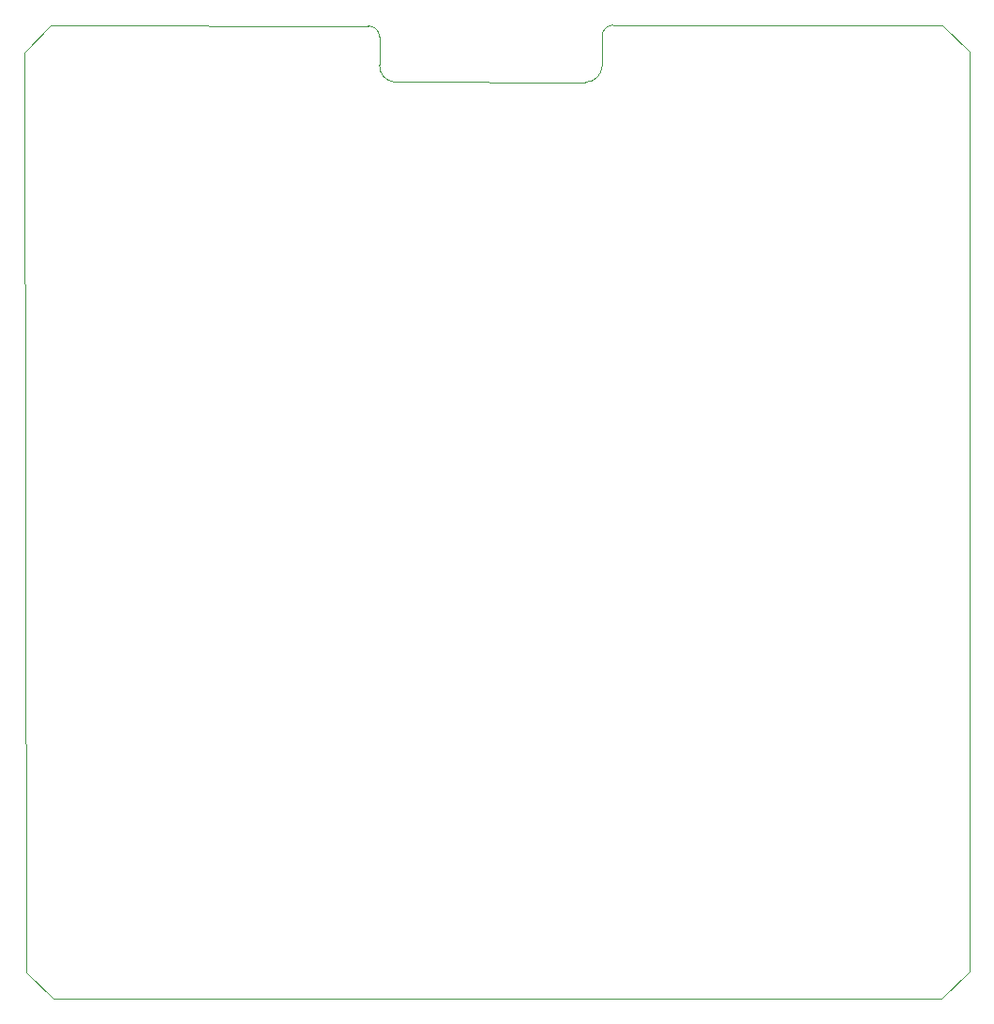
<source format=gbr>
%TF.GenerationSoftware,KiCad,Pcbnew,(6.0.7)*%
%TF.CreationDate,2023-02-22T21:26:54+03:00*%
%TF.ProjectId,Omarichet Sensor Shield 1.3,4f6d6172-6963-4686-9574-2053656e736f,rev?*%
%TF.SameCoordinates,Original*%
%TF.FileFunction,Profile,NP*%
%FSLAX46Y46*%
G04 Gerber Fmt 4.6, Leading zero omitted, Abs format (unit mm)*
G04 Created by KiCad (PCBNEW (6.0.7)) date 2023-02-22 21:26:54*
%MOMM*%
%LPD*%
G01*
G04 APERTURE LIST*
%TA.AperFunction,Profile*%
%ADD10C,0.100000*%
%TD*%
G04 APERTURE END LIST*
D10*
X117880000Y-62630000D02*
G75*
G03*
X116880000Y-61630000I-1000000J0D01*
G01*
X138980000Y-61550000D02*
G75*
G03*
X137980000Y-62550000I0J-1000000D01*
G01*
X117877136Y-65159884D02*
G75*
G03*
X119250000Y-66700000I1482864J-60116D01*
G01*
X171190000Y-146910000D02*
X168580000Y-149410000D01*
X85970000Y-147010000D02*
X85800000Y-64060000D01*
X168730000Y-61560000D02*
X171120000Y-63920000D01*
X138980000Y-61550000D02*
X168730000Y-61560000D01*
X136450000Y-66709728D02*
G75*
G03*
X137979995Y-65220000I30000J1499728D01*
G01*
X116880000Y-61630000D02*
X88200000Y-61620000D01*
X136450000Y-66709733D02*
X119250000Y-66700000D01*
X85800000Y-64060000D02*
X88200000Y-61620000D01*
X168580000Y-149410000D02*
X88410000Y-149420000D01*
X117880000Y-62630000D02*
X117877136Y-65159884D01*
X88410000Y-149420000D02*
X85970000Y-147010000D01*
X137979995Y-65220000D02*
X137980000Y-62550000D01*
X171120000Y-63920000D02*
X171190000Y-146910000D01*
M02*

</source>
